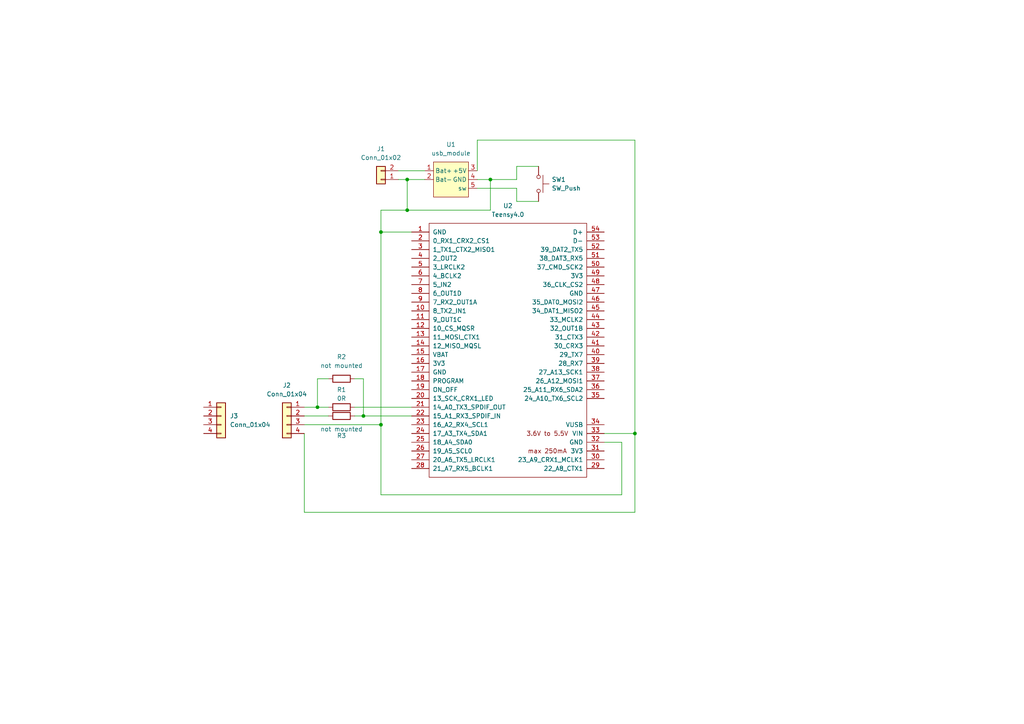
<source format=kicad_sch>
(kicad_sch (version 20230121) (generator eeschema)
  (paper "A4")
  (lib_symbols
    (symbol "Connector_Generic:Conn_01x02" (pin_names (offset 1.016) hide)
      (property "Reference" "J" (at 0 2.54 0))
      (property "Value" "Conn_01x02" (at 0 -5.08 0))
      (symbol "Conn_01x02_1_1"
        (rectangle (start -1.27 -2.413) (end 0 -2.667) (stroke (width 0.1524)))
        (rectangle (start -1.27 0.127) (end 0 -0.127) (stroke (width 0.1524)))
        (rectangle (start -1.27 1.27) (end 1.27 -3.81) (stroke (width 0.254)) (fill (type background)))
        (pin passive line (at -5.08 0 0) (length 3.81) (name "Pin_1") (number "1"))
        (pin passive line (at -5.08 -2.54 0) (length 3.81) (name "Pin_2") (number "2"))
      )
    )
    (symbol "Connector_Generic:Conn_01x04" (pin_names (offset 1.016) hide)
      (property "Reference" "J" (at 0 5.08 0))
      (property "Value" "Conn_01x04" (at 0 -7.62 0))
      (symbol "Conn_01x04_1_1"
        (rectangle (start -1.27 -4.953) (end 0 -5.207) (stroke (width 0.1524)))
        (rectangle (start -1.27 -2.413) (end 0 -2.667) (stroke (width 0.1524)))
        (rectangle (start -1.27 0.127) (end 0 -0.127) (stroke (width 0.1524)))
        (rectangle (start -1.27 2.667) (end 0 2.413) (stroke (width 0.1524)))
        (rectangle (start -1.27 3.81) (end 1.27 -6.35) (stroke (width 0.254)) (fill (type background)))
        (pin passive line (at -5.08 2.54 0) (length 3.81) (name "Pin_1") (number "1"))
        (pin passive line (at -5.08 0 0) (length 3.81) (name "Pin_2") (number "2"))
        (pin passive line (at -5.08 -2.54 0) (length 3.81) (name "Pin_3") (number "3"))
        (pin passive line (at -5.08 -5.08 0) (length 3.81) (name "Pin_4") (number "4"))
      )
    )
    (symbol "Device:R" (pin_numbers hide) (pin_names (offset 0))
      (property "Reference" "R" (at 2.032 0 90))
      (property "Value" "R" (at 0 0 90))
      (symbol "R_0_1"
        (rectangle (start -1.016 -2.54) (end 1.016 2.54) (stroke (width 0.254)))
      )
      (symbol "R_1_1"
        (pin passive line (at 0 3.81 270) (length 1.27) (name "~") (number "1"))
        (pin passive line (at 0 -3.81 90) (length 1.27) (name "~") (number "2"))
      )
    )
    (symbol "Switch:SW_Push" (pin_numbers hide) (pin_names (offset 1.016) hide)
      (property "Reference" "SW" (at 1.27 2.54 0))
      (property "Value" "SW_Push" (at 0 -1.524 0))
      (symbol "SW_Push_0_1"
        (circle (center -2.032 0) (radius 0.508))
        (polyline (pts (xy 0 1.27) (xy 0 3.048)))
        (polyline (pts (xy 2.54 1.27) (xy -2.54 1.27)))
        (circle (center 2.032 0) (radius 0.508))
        (pin passive line (at -5.08 0 0) (length 2.54) (name "1") (number "1"))
        (pin passive line (at 5.08 0 180) (length 2.54) (name "2") (number "2"))
      )
    )
    (symbol "teensy:Teensy4.0" (pin_names (offset 1.016))
      (property "Reference" "U" (at 0 39.37 0))
      (property "Value" "Teensy4.0" (at 0 -39.37 0))
      (symbol "Teensy4.0_0_0"
        (text "3.6V to 5.5V" (at 11.43 -24.13 0) (effects (font (size 1.27 1.27))))
        (text "max 250mA" (at 11.43 -29.21 0) (effects (font (size 1.27 1.27))))
        (pin bidirectional line (at -27.94 11.43 0) (length 5.08) (name "8_TX2_IN1") (number "10"))
        (pin bidirectional line (at -27.94 8.89 0) (length 5.08) (name "9_OUT1C") (number "11"))
        (pin bidirectional line (at -27.94 6.35 0) (length 5.08) (name "10_CS_MQSR") (number "12"))
        (pin bidirectional line (at -27.94 3.81 0) (length 5.08) (name "11_MOSI_CTX1") (number "13"))
        (pin bidirectional line (at -27.94 1.27 0) (length 5.08) (name "12_MISO_MQSL") (number "14"))
        (pin power_in line (at -27.94 -1.27 0) (length 5.08) (name "VBAT") (number "15"))
        (pin power_in line (at -27.94 -3.81 0) (length 5.08) (name "3V3") (number "16"))
        (pin power_in line (at -27.94 -6.35 0) (length 5.08) (name "GND") (number "17"))
        (pin input line (at -27.94 -8.89 0) (length 5.08) (name "PROGRAM") (number "18"))
        (pin input line (at -27.94 -11.43 0) (length 5.08) (name "ON_OFF") (number "19"))
        (pin bidirectional line (at -27.94 -13.97 0) (length 5.08) (name "13_SCK_CRX1_LED") (number "20"))
        (pin bidirectional line (at -27.94 -16.51 0) (length 5.08) (name "14_A0_TX3_SPDIF_OUT") (number "21"))
        (pin bidirectional line (at -27.94 -19.05 0) (length 5.08) (name "15_A1_RX3_SPDIF_IN") (number "22"))
        (pin bidirectional line (at -27.94 -21.59 0) (length 5.08) (name "16_A2_RX4_SCL1") (number "23"))
        (pin bidirectional line (at -27.94 -24.13 0) (length 5.08) (name "17_A3_TX4_SDA1") (number "24"))
        (pin bidirectional line (at -27.94 -26.67 0) (length 5.08) (name "18_A4_SDA0") (number "25"))
        (pin bidirectional line (at -27.94 -29.21 0) (length 5.08) (name "19_A5_SCL0") (number "26"))
        (pin bidirectional line (at -27.94 -31.75 0) (length 5.08) (name "20_A6_TX5_LRCLK1") (number "27"))
        (pin bidirectional line (at -27.94 -34.29 0) (length 5.08) (name "21_A7_RX5_BCLK1") (number "28"))
        (pin bidirectional line (at 27.94 -34.29 180) (length 5.08) (name "22_A8_CTX1") (number "29"))
        (pin bidirectional line (at 27.94 -31.75 180) (length 5.08) (name "23_A9_CRX1_MCLK1") (number "30"))
        (pin power_out line (at 27.94 -29.21 180) (length 5.08) (name "3V3") (number "31"))
        (pin power_in line (at 27.94 -26.67 180) (length 5.08) (name "GND") (number "32"))
        (pin power_in line (at 27.94 -24.13 180) (length 5.08) (name "VIN") (number "33"))
        (pin power_out line (at 27.94 -21.59 180) (length 5.08) (name "VUSB") (number "34"))
        (pin bidirectional line (at 27.94 -13.97 180) (length 5.08) (name "24_A10_TX6_SCL2") (number "35"))
        (pin bidirectional line (at 27.94 -11.43 180) (length 5.08) (name "25_A11_RX6_SDA2") (number "36"))
        (pin bidirectional line (at 27.94 -8.89 180) (length 5.08) (name "26_A12_MOSI1") (number "37"))
        (pin bidirectional line (at 27.94 -6.35 180) (length 5.08) (name "27_A13_SCK1") (number "38"))
        (pin bidirectional line (at 27.94 -3.81 180) (length 5.08) (name "28_RX7") (number "39"))
        (pin bidirectional line (at 27.94 -1.27 180) (length 5.08) (name "29_TX7") (number "40"))
        (pin bidirectional line (at 27.94 1.27 180) (length 5.08) (name "30_CRX3") (number "41"))
        (pin bidirectional line (at 27.94 3.81 180) (length 5.08) (name "31_CTX3") (number "42"))
        (pin bidirectional line (at 27.94 6.35 180) (length 5.08) (name "32_OUT1B") (number "43"))
        (pin bidirectional line (at 27.94 8.89 180) (length 5.08) (name "33_MCLK2") (number "44"))
        (pin bidirectional line (at 27.94 11.43 180) (length 5.08) (name "34_DAT1_MISO2") (number "45"))
        (pin bidirectional line (at 27.94 13.97 180) (length 5.08) (name "35_DAT0_MOSI2") (number "46"))
        (pin power_out line (at 27.94 16.51 180) (length 5.08) (name "GND") (number "47"))
        (pin bidirectional line (at 27.94 19.05 180) (length 5.08) (name "36_CLK_CS2") (number "48"))
        (pin power_out line (at 27.94 21.59 180) (length 5.08) (name "3V3") (number "49"))
        (pin bidirectional line (at -27.94 24.13 0) (length 5.08) (name "3_LRCLK2") (number "5"))
        (pin bidirectional line (at 27.94 24.13 180) (length 5.08) (name "37_CMD_SCK2") (number "50"))
        (pin bidirectional line (at 27.94 26.67 180) (length 5.08) (name "38_DAT3_RX5") (number "51"))
        (pin bidirectional line (at 27.94 29.21 180) (length 5.08) (name "39_DAT2_TX5") (number "52"))
        (pin bidirectional line (at 27.94 31.75 180) (length 5.08) (name "D-") (number "53"))
        (pin bidirectional line (at 27.94 34.29 180) (length 5.08) (name "D+") (number "54"))
        (pin bidirectional line (at -27.94 21.59 0) (length 5.08) (name "4_BCLK2") (number "6"))
        (pin bidirectional line (at -27.94 19.05 0) (length 5.08) (name "5_IN2") (number "7"))
        (pin bidirectional line (at -27.94 16.51 0) (length 5.08) (name "6_OUT1D") (number "8"))
        (pin bidirectional line (at -27.94 13.97 0) (length 5.08) (name "7_RX2_OUT1A") (number "9"))
      )
      (symbol "Teensy4.0_0_1"
        (rectangle (start -22.86 36.83) (end 22.86 -36.83))
        (rectangle (start -20.32 -31.75) (end -20.32 -31.75))
      )
      (symbol "Teensy4.0_1_1"
        (pin power_in line (at -27.94 34.29 0) (length 5.08) (name "GND") (number "1"))
        (pin bidirectional line (at -27.94 31.75 0) (length 5.08) (name "0_RX1_CRX2_CS1") (number "2"))
        (pin bidirectional line (at -27.94 29.21 0) (length 5.08) (name "1_TX1_CTX2_MISO1") (number "3"))
        (pin bidirectional line (at -27.94 26.67 0) (length 5.08) (name "2_OUT2") (number "4"))
      )
    )
    (symbol "usb-powerbank:usb_module"
      (property "Reference" "U" (at 0 1.27 0))
      (property "Value" "usb_module" (at 0 -11.43 0))
      (symbol "usb_module_0_1"
        (rectangle (start -5.08 0) (end 5.08 -10.16) (fill (type background)))
      )
      (symbol "usb_module_1_1"
        (pin power_in line (at -7.62 -2.54 0) (length 2.54) (name "Bat+") (number "1"))
        (pin power_in line (at -7.62 -5.08 0) (length 2.54) (name "Bat-") (number "2"))
        (pin power_out line (at 7.62 -2.54 180) (length 2.54) (name "+5V") (number "3"))
        (pin power_out line (at 7.62 -5.08 180) (length 2.54) (name "GND") (number "4"))
        (pin input line (at 7.62 -7.62 180) (length 2.54) (name "sw") (number "5"))
      )
    )
  )
  (junction (at 92.075 118.11))
  (junction (at 184.15 125.73))
  (junction (at 110.49 123.19))
  (junction (at 110.49 67.31))
  (junction (at 142.24 52.07))
  (junction (at 118.11 52.07))
  (junction (at 105.41 120.65))
  (junction (at 118.11 60.96))
  (wire (pts (xy 95.25 118.11) (xy 92.075 118.11)))
  (wire (pts (xy 102.87 118.11) (xy 119.38 118.11)))
  (wire (pts (xy 180.34 128.27) (xy 175.26 128.27)))
  (wire (pts (xy 110.49 67.31) (xy 110.49 123.19)))
  (wire (pts (xy 110.49 143.51) (xy 180.34 143.51)))
  (wire (pts (xy 115.57 49.53) (xy 123.19 49.53)))
  (wire (pts (xy 110.49 60.96) (xy 118.11 60.96)))
  (wire (pts (xy 142.24 60.96) (xy 142.24 52.07)))
  (wire (pts (xy 119.38 67.31) (xy 110.49 67.31)))
  (wire (pts (xy 149.86 54.61) (xy 138.43 54.61)))
  (wire (pts (xy 149.86 48.26) (xy 156.21 48.26)))
  (wire (pts (xy 118.11 60.96) (xy 142.24 60.96)))
  (wire (pts (xy 175.26 125.73) (xy 184.15 125.73)))
  (wire (pts (xy 138.43 52.07) (xy 142.24 52.07)))
  (wire (pts (xy 95.25 109.855) (xy 92.075 109.855)))
  (wire (pts (xy 149.86 52.07) (xy 149.86 48.26)))
  (wire (pts (xy 184.15 125.73) (xy 184.15 148.59)))
  (wire (pts (xy 156.21 58.42) (xy 149.86 58.42)))
  (wire (pts (xy 138.43 40.64) (xy 138.43 49.53)))
  (wire (pts (xy 88.265 120.65) (xy 95.25 120.65)))
  (wire (pts (xy 92.075 109.855) (xy 92.075 118.11)))
  (wire (pts (xy 118.11 52.07) (xy 123.19 52.07)))
  (wire (pts (xy 184.15 125.73) (xy 184.15 40.64)))
  (wire (pts (xy 88.265 118.11) (xy 92.075 118.11)))
  (wire (pts (xy 149.86 58.42) (xy 149.86 54.61)))
  (wire (pts (xy 115.57 52.07) (xy 118.11 52.07)))
  (wire (pts (xy 110.49 123.19) (xy 110.49 143.51)))
  (wire (pts (xy 110.49 67.31) (xy 110.49 60.96)))
  (wire (pts (xy 105.41 120.65) (xy 105.41 109.855)))
  (wire (pts (xy 105.41 120.65) (xy 119.38 120.65)))
  (wire (pts (xy 102.87 120.65) (xy 105.41 120.65)))
  (wire (pts (xy 88.265 123.19) (xy 110.49 123.19)))
  (wire (pts (xy 180.34 143.51) (xy 180.34 128.27)))
  (wire (pts (xy 105.41 109.855) (xy 102.87 109.855)))
  (wire (pts (xy 88.265 125.73) (xy 88.265 148.59)))
  (wire (pts (xy 184.15 40.64) (xy 138.43 40.64)))
  (wire (pts (xy 118.11 52.07) (xy 118.11 60.96)))
  (wire (pts (xy 88.265 148.59) (xy 184.15 148.59)))
  (wire (pts (xy 142.24 52.07) (xy 149.86 52.07)))
  (symbol (lib_id "Connector_Generic:Conn_01x04") (at 83.185 120.65 0) (mirror y) (unit 1)
    (property "Reference" "J2" (at 83.185 111.76 0))
    (property "Value" "Conn_01x04" (at 83.185 114.3 0))
    (property "Footprint" "Connector_PinHeader_2.54mm:PinHeader_1x04_P2.54mm_Vertical" (effects hide))
  )
  (symbol (lib_id "teensy:Teensy4.0") (at 147.32 101.6 0) (unit 1)
    (property "Reference" "U2" (at 147.32 59.69 0))
    (property "Value" "Teensy4.0" (at 147.32 62.23 0))
    (property "Footprint" "teensy:Teensy40" (effects hide))
  )
  (symbol (lib_id "Device:R") (at 99.06 118.11 90) (unit 1)
    (property "Reference" "R1" (at 99.06 113.03 90))
    (property "Value" "0R" (at 99.06 115.57 90))
    (property "Footprint" "Resistor_SMD:R_1206_3216Metric_Pad1.30x1.75mm_HandSolder" (effects hide))
  )
  (symbol (lib_id "Device:R") (at 99.06 109.855 90) (unit 1)
    (property "Reference" "R2" (at 99.06 103.505 90))
    (property "Value" "not mounted" (at 99.06 106.045 90))
    (property "Footprint" "Resistor_SMD:R_1206_3216Metric_Pad1.30x1.75mm_HandSolder" (effects hide))
  )
  (symbol (lib_id "usb-powerbank:usb_module") (at 130.81 46.99 0) (unit 1)
    (property "Reference" "U1" (at 130.81 41.91 0))
    (property "Value" "usb_module" (at 130.81 44.45 0))
    (property "Footprint" "usb-powerbank:usb_module" (effects hide))
    (property "Datasheet" "https://www.laskakit.cz/nabijecka-boost-pro-usb-powerbank-5v--usb-c/" (effects hide))
  )
  (symbol (lib_id "Connector_Generic:Conn_01x04") (at 64.135 120.65 0) (unit 1)
    (property "Reference" "J3" (at 66.675 120.6499 0) (effects (justify left)))
    (property "Value" "Conn_01x04" (at 66.675 123.1899 0) (effects (justify left)))
    (property "Footprint" "Connector_PinHeader_2.54mm:PinHeader_1x04_P2.54mm_Vertical" (effects hide))
  )
  (symbol (lib_id "Device:R") (at 99.06 120.65 90) (unit 1)
    (property "Reference" "R3" (at 99.06 126.365 90))
    (property "Value" "not mounted" (at 99.06 124.46 90))
    (property "Footprint" "Resistor_SMD:R_1206_3216Metric_Pad1.30x1.75mm_HandSolder" (effects hide))
  )
  (symbol (lib_id "Switch:SW_Push") (at 156.21 53.34 270) (unit 1)
    (property "Reference" "SW1" (at 160.02 52.0699 90) (effects (justify left)))
    (property "Value" "SW_Push" (at 160.02 54.6099 90) (effects (justify left)))
    (property "Footprint" "Button_Switch_THT:SW_Tactile_SPST_Angled_PTS645Vx58-2LFS" (effects hide))
  )
  (symbol (lib_id "Connector_Generic:Conn_01x02") (at 110.49 52.07 180) (unit 1)
    (property "Reference" "J1" (at 110.49 43.18 0))
    (property "Value" "Conn_01x02" (at 110.49 45.72 0))
    (property "Footprint" "Connector_PinHeader_2.54mm:PinHeader_1x02_P2.54mm_Vertical" (effects hide))
  )
)
</source>
